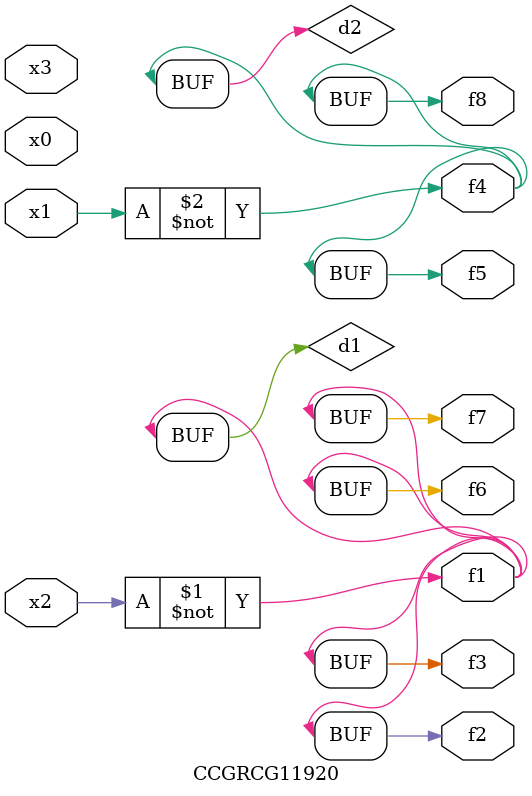
<source format=v>
module CCGRCG11920(
	input x0, x1, x2, x3,
	output f1, f2, f3, f4, f5, f6, f7, f8
);

	wire d1, d2;

	xnor (d1, x2);
	not (d2, x1);
	assign f1 = d1;
	assign f2 = d1;
	assign f3 = d1;
	assign f4 = d2;
	assign f5 = d2;
	assign f6 = d1;
	assign f7 = d1;
	assign f8 = d2;
endmodule

</source>
